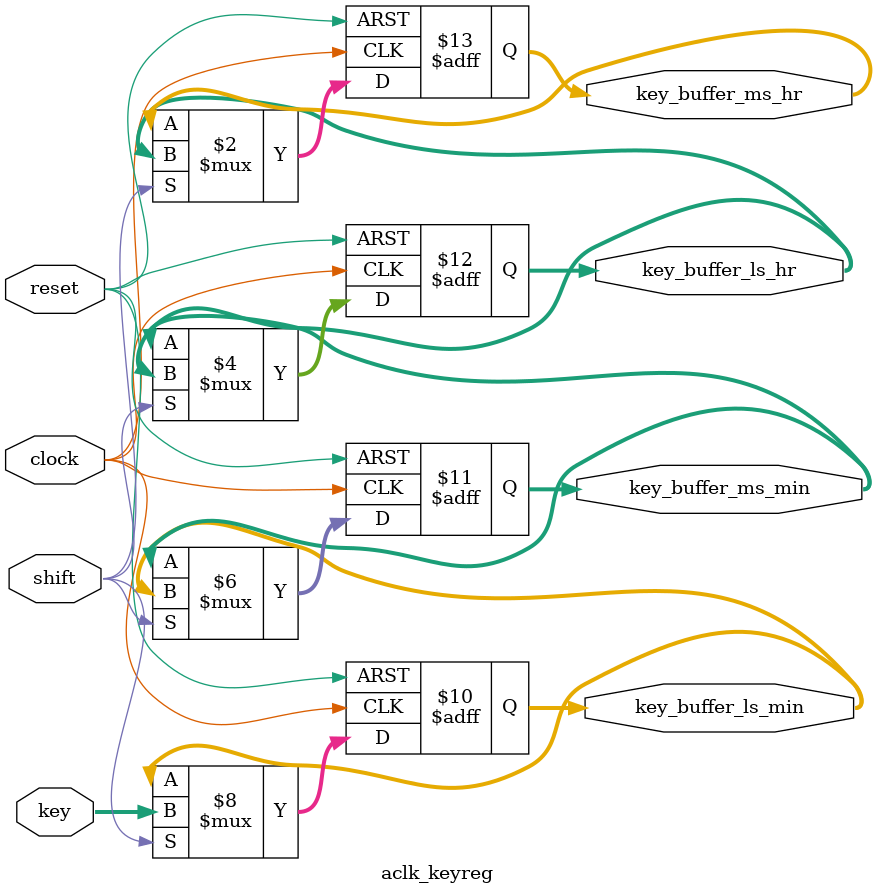
<source format=v>
module aclk_keyreg(input reset,clock,shift, input[3:0]key,
                   output reg [3:0] key_buffer_ls_min, key_buffer_ms_min, key_buffer_ls_hr, key_buffer_ms_hr);
// This procedure stores the last 4 keys pressed. The FSM block
// detects the new key value and triggers the shift pulse to shift
// in the new key value.
///////////////////////////////////////////////////////////////////
always @(posedge clock or posedge reset) begin
  // For asynchronous reset, reset the key_buffer output register to 1'b0
    if(reset) begin
        key_buffer_ls_min <= 4'b0;
        key_buffer_ms_min <= 4'b0;
        key_buffer_ls_hr <= 4'b0;
        key_buffer_ms_hr <= 4'b0;
    end
  // Else if there is a shift, perform left shift from LS_MIN to MS_HR
    else if(shift) begin
        key_buffer_ls_min <= key;
        key_buffer_ms_min <= key_buffer_ls_min;
        key_buffer_ls_hr <= key_buffer_ms_min;
        key_buffer_ms_hr <= key_buffer_ls_hr;
    end
end
endmodule
</source>
